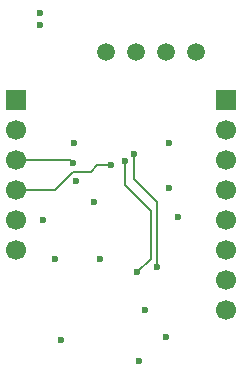
<source format=gbr>
%TF.GenerationSoftware,KiCad,Pcbnew,9.0.3*%
%TF.CreationDate,2025-12-07T20:29:12-06:00*%
%TF.ProjectId,IsolatedADSBoard,49736f6c-6174-4656-9441-4453426f6172,rev?*%
%TF.SameCoordinates,Original*%
%TF.FileFunction,Copper,L4,Bot*%
%TF.FilePolarity,Positive*%
%FSLAX46Y46*%
G04 Gerber Fmt 4.6, Leading zero omitted, Abs format (unit mm)*
G04 Created by KiCad (PCBNEW 9.0.3) date 2025-12-07 20:29:12*
%MOMM*%
%LPD*%
G01*
G04 APERTURE LIST*
%TA.AperFunction,ComponentPad*%
%ADD10C,1.500000*%
%TD*%
%TA.AperFunction,ComponentPad*%
%ADD11R,1.700000X1.700000*%
%TD*%
%TA.AperFunction,ComponentPad*%
%ADD12C,1.700000*%
%TD*%
%TA.AperFunction,ViaPad*%
%ADD13C,0.600000*%
%TD*%
%TA.AperFunction,Conductor*%
%ADD14C,0.200000*%
%TD*%
G04 APERTURE END LIST*
D10*
%TO.P,U14,1,VIN-*%
%TO.N,GND*%
X134620000Y-48006000D03*
%TO.P,U14,2,VIN+*%
%TO.N,VDD*%
X137160000Y-48006000D03*
%TO.P,U14,3,Vout-*%
%TO.N,Gnd-iso*%
X139700000Y-48006000D03*
%TO.P,U14,4,Vout+*%
%TO.N,5V-iso*%
X142240000Y-48006000D03*
%TD*%
D11*
%TO.P,J2,1,Pin_1*%
%TO.N,5V-iso*%
X144780000Y-52070000D03*
D12*
%TO.P,J2,2,Pin_2*%
%TO.N,Gnd-iso*%
X144780000Y-54610000D03*
%TO.P,J2,3,Pin_3*%
%TO.N,/Signal2-ISO*%
X144780000Y-57150000D03*
%TO.P,J2,4,Pin_4*%
%TO.N,/Signal1-ISO*%
X144780000Y-59690000D03*
%TO.P,J2,5,Pin_5*%
%TO.N,/AIN3*%
X144780000Y-62230000D03*
%TO.P,J2,6,Pin_6*%
%TO.N,/AIN2*%
X144780000Y-64770000D03*
%TO.P,J2,7,Pin_7*%
%TO.N,/AIN1*%
X144780000Y-67310000D03*
%TO.P,J2,8,Pin_8*%
%TO.N,/AIN0*%
X144780000Y-69850000D03*
%TD*%
D11*
%TO.P,J1,1,Pin_1*%
%TO.N,VDD*%
X127000000Y-52070000D03*
D12*
%TO.P,J1,2,Pin_2*%
%TO.N,GND*%
X127000000Y-54610000D03*
%TO.P,J1,3,Pin_3*%
%TO.N,SDA*%
X127000000Y-57150000D03*
%TO.P,J1,4,Pin_4*%
%TO.N,SCL*%
X127000000Y-59690000D03*
%TO.P,J1,5,Pin_5*%
%TO.N,/Signal2-MCU*%
X127000000Y-62230000D03*
%TO.P,J1,6,Pin_6*%
%TO.N,/Signal1-MCU*%
X127000000Y-64770000D03*
%TD*%
D13*
%TO.N,Gnd-iso*%
X130810000Y-72390000D03*
X130302000Y-65532000D03*
X139700000Y-72136000D03*
X139954000Y-59563000D03*
X137414000Y-74168000D03*
%TO.N,5V-iso*%
X137922000Y-69850000D03*
X134112000Y-65532000D03*
X140716000Y-61976000D03*
X139954000Y-55753000D03*
%TO.N,GND*%
X129032000Y-44704000D03*
X132080000Y-58949500D03*
X129286000Y-62230000D03*
%TO.N,VDD*%
X133604000Y-60706000D03*
X131931500Y-55753000D03*
X129032000Y-45720000D03*
%TO.N,SCL-5V*%
X136271000Y-57277000D03*
X137299550Y-66687550D03*
%TO.N,SDA-5V*%
X137037000Y-56642000D03*
X138938000Y-66282000D03*
%TO.N,SDA*%
X131826000Y-57404000D03*
%TO.N,SCL*%
X135076499Y-57606499D03*
%TD*%
D14*
%TO.N,SCL-5V*%
X138430000Y-65557100D02*
X137299550Y-66687550D01*
X136271000Y-59309000D02*
X138430000Y-61468000D01*
X136271000Y-57277000D02*
X136271000Y-59309000D01*
X138430000Y-61468000D02*
X138430000Y-65557100D01*
%TO.N,SDA-5V*%
X137037000Y-58805000D02*
X137037000Y-56642000D01*
X138938000Y-66282000D02*
X138938000Y-60706000D01*
X138938000Y-60706000D02*
X137037000Y-58805000D01*
%TO.N,SDA*%
X127000000Y-57150000D02*
X131572000Y-57150000D01*
X131572000Y-57150000D02*
X131826000Y-57404000D01*
%TO.N,SCL*%
X133350000Y-58166000D02*
X133909501Y-57606499D01*
X133909501Y-57606499D02*
X135076499Y-57606499D01*
X131826000Y-58166000D02*
X133350000Y-58166000D01*
X127000000Y-59690000D02*
X130302000Y-59690000D01*
X130302000Y-59690000D02*
X131826000Y-58166000D01*
%TD*%
M02*

</source>
